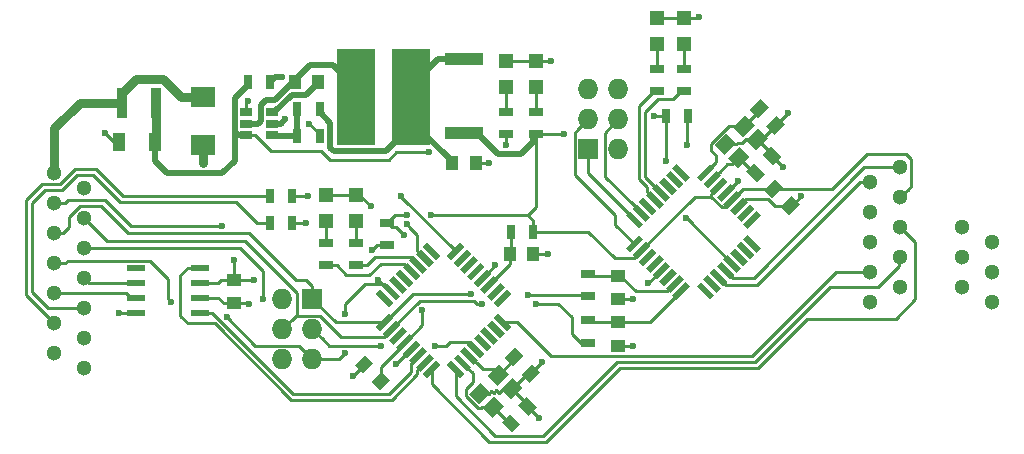
<source format=gbr>
G04 #@! TF.FileFunction,Copper,L1,Top,Signal*
%FSLAX46Y46*%
G04 Gerber Fmt 4.6, Leading zero omitted, Abs format (unit mm)*
G04 Created by KiCad (PCBNEW 4.0.7-e2-6376~58~ubuntu16.04.1) date Mon Feb 19 20:22:05 2018*
%MOMM*%
%LPD*%
G01*
G04 APERTURE LIST*
%ADD10C,0.100000*%
%ADD11R,1.000000X1.250000*%
%ADD12R,1.000000X1.600000*%
%ADD13R,1.250000X1.000000*%
%ADD14R,2.159000X1.778000*%
%ADD15R,1.200000X1.200000*%
%ADD16R,0.900000X2.500000*%
%ADD17C,1.300000*%
%ADD18R,3.300000X8.200000*%
%ADD19R,1.727200X1.727200*%
%ADD20O,1.727200X1.727200*%
%ADD21R,1.300000X0.700000*%
%ADD22R,0.700000X1.300000*%
%ADD23R,3.200000X1.000000*%
%ADD24R,1.550000X0.600000*%
%ADD25R,1.060000X0.650000*%
%ADD26C,0.600000*%
%ADD27C,0.254000*%
%ADD28C,0.508000*%
%ADD29C,0.762000*%
G04 APERTURE END LIST*
D10*
G36*
X139043602Y-55228719D02*
X138159719Y-56112602D01*
X137452612Y-55405495D01*
X138336495Y-54521612D01*
X139043602Y-55228719D01*
X139043602Y-55228719D01*
G37*
G36*
X137629388Y-53814505D02*
X136745505Y-54698388D01*
X136038398Y-53991281D01*
X136922281Y-53107398D01*
X137629388Y-53814505D01*
X137629388Y-53814505D01*
G37*
D11*
X149172200Y-44574486D03*
X151172200Y-44574486D03*
D12*
X119126000Y-35052000D03*
X116126000Y-35052000D03*
D13*
X125857000Y-46752000D03*
X125857000Y-48752000D03*
D11*
X132969000Y-29972000D03*
X130969000Y-29972000D03*
X144272000Y-36830000D03*
X146272000Y-36830000D03*
D10*
G36*
X148738398Y-53356281D02*
X149622281Y-52472398D01*
X150329388Y-53179505D01*
X149445505Y-54063388D01*
X148738398Y-53356281D01*
X148738398Y-53356281D01*
G37*
G36*
X150152612Y-54770495D02*
X151036495Y-53886612D01*
X151743602Y-54593719D01*
X150859719Y-55477602D01*
X150152612Y-54770495D01*
X150152612Y-54770495D01*
G37*
G36*
X149368281Y-59668602D02*
X148484398Y-58784719D01*
X149191505Y-58077612D01*
X150075388Y-58961495D01*
X149368281Y-59668602D01*
X149368281Y-59668602D01*
G37*
G36*
X150782495Y-58254388D02*
X149898612Y-57370505D01*
X150605719Y-56663398D01*
X151489602Y-57547281D01*
X150782495Y-58254388D01*
X150782495Y-58254388D01*
G37*
G36*
X170709398Y-39132281D02*
X171593281Y-38248398D01*
X172300388Y-38955505D01*
X171416505Y-39839388D01*
X170709398Y-39132281D01*
X170709398Y-39132281D01*
G37*
G36*
X172123612Y-40546495D02*
X173007495Y-39662612D01*
X173714602Y-40369719D01*
X172830719Y-41253602D01*
X172123612Y-40546495D01*
X172123612Y-40546495D01*
G37*
G36*
X169494291Y-32329174D02*
X170378174Y-31445291D01*
X171085281Y-32152398D01*
X170201398Y-33036281D01*
X169494291Y-32329174D01*
X169494291Y-32329174D01*
G37*
G36*
X170908505Y-33743388D02*
X171792388Y-32859505D01*
X172499495Y-33566612D01*
X171615612Y-34450495D01*
X170908505Y-33743388D01*
X170908505Y-33743388D01*
G37*
D13*
X158369000Y-46387000D03*
X158369000Y-48387000D03*
D10*
G36*
X170069281Y-38459602D02*
X169185398Y-37575719D01*
X169892505Y-36868612D01*
X170776388Y-37752495D01*
X170069281Y-38459602D01*
X170069281Y-38459602D01*
G37*
G36*
X171483495Y-37045388D02*
X170599612Y-36161505D01*
X171306719Y-35454398D01*
X172190602Y-36338281D01*
X171483495Y-37045388D01*
X171483495Y-37045388D01*
G37*
D13*
X158369000Y-50324000D03*
X158369000Y-52324000D03*
D14*
X123190000Y-35306000D03*
X123190000Y-31242000D03*
D15*
X148844000Y-30437000D03*
X148844000Y-28237000D03*
X151384000Y-30437000D03*
X151384000Y-28237000D03*
X136144000Y-41740000D03*
X136144000Y-39540000D03*
X133604000Y-41740000D03*
X133604000Y-39540000D03*
D16*
X116332000Y-31750000D03*
X119232000Y-31750000D03*
D10*
G36*
X138221449Y-51118941D02*
X137832540Y-50730032D01*
X138963911Y-49598661D01*
X139352820Y-49987570D01*
X138221449Y-51118941D01*
X138221449Y-51118941D01*
G37*
G36*
X138787135Y-51684626D02*
X138398226Y-51295717D01*
X139529597Y-50164346D01*
X139918506Y-50553255D01*
X138787135Y-51684626D01*
X138787135Y-51684626D01*
G37*
G36*
X139352820Y-52250312D02*
X138963911Y-51861403D01*
X140095282Y-50730032D01*
X140484191Y-51118941D01*
X139352820Y-52250312D01*
X139352820Y-52250312D01*
G37*
G36*
X139918505Y-52815997D02*
X139529596Y-52427088D01*
X140660967Y-51295717D01*
X141049876Y-51684626D01*
X139918505Y-52815997D01*
X139918505Y-52815997D01*
G37*
G36*
X140484191Y-53381683D02*
X140095282Y-52992774D01*
X141226653Y-51861403D01*
X141615562Y-52250312D01*
X140484191Y-53381683D01*
X140484191Y-53381683D01*
G37*
G36*
X141049876Y-53947368D02*
X140660967Y-53558459D01*
X141792338Y-52427088D01*
X142181247Y-52815997D01*
X141049876Y-53947368D01*
X141049876Y-53947368D01*
G37*
G36*
X141615562Y-54513053D02*
X141226653Y-54124144D01*
X142358024Y-52992773D01*
X142746933Y-53381682D01*
X141615562Y-54513053D01*
X141615562Y-54513053D01*
G37*
G36*
X142181247Y-55078739D02*
X141792338Y-54689830D01*
X142923709Y-53558459D01*
X143312618Y-53947368D01*
X142181247Y-55078739D01*
X142181247Y-55078739D01*
G37*
G36*
X145363228Y-54689830D02*
X144974319Y-55078739D01*
X143842948Y-53947368D01*
X144231857Y-53558459D01*
X145363228Y-54689830D01*
X145363228Y-54689830D01*
G37*
G36*
X145928913Y-54124144D02*
X145540004Y-54513053D01*
X144408633Y-53381682D01*
X144797542Y-52992773D01*
X145928913Y-54124144D01*
X145928913Y-54124144D01*
G37*
G36*
X146494599Y-53558459D02*
X146105690Y-53947368D01*
X144974319Y-52815997D01*
X145363228Y-52427088D01*
X146494599Y-53558459D01*
X146494599Y-53558459D01*
G37*
G36*
X147060284Y-52992774D02*
X146671375Y-53381683D01*
X145540004Y-52250312D01*
X145928913Y-51861403D01*
X147060284Y-52992774D01*
X147060284Y-52992774D01*
G37*
G36*
X147625970Y-52427088D02*
X147237061Y-52815997D01*
X146105690Y-51684626D01*
X146494599Y-51295717D01*
X147625970Y-52427088D01*
X147625970Y-52427088D01*
G37*
G36*
X148191655Y-51861403D02*
X147802746Y-52250312D01*
X146671375Y-51118941D01*
X147060284Y-50730032D01*
X148191655Y-51861403D01*
X148191655Y-51861403D01*
G37*
G36*
X148757340Y-51295717D02*
X148368431Y-51684626D01*
X147237060Y-50553255D01*
X147625969Y-50164346D01*
X148757340Y-51295717D01*
X148757340Y-51295717D01*
G37*
G36*
X149323026Y-50730032D02*
X148934117Y-51118941D01*
X147802746Y-49987570D01*
X148191655Y-49598661D01*
X149323026Y-50730032D01*
X149323026Y-50730032D01*
G37*
G36*
X148191655Y-49068331D02*
X147802746Y-48679422D01*
X148934117Y-47548051D01*
X149323026Y-47936960D01*
X148191655Y-49068331D01*
X148191655Y-49068331D01*
G37*
G36*
X147625969Y-48502646D02*
X147237060Y-48113737D01*
X148368431Y-46982366D01*
X148757340Y-47371275D01*
X147625969Y-48502646D01*
X147625969Y-48502646D01*
G37*
G36*
X147060284Y-47936960D02*
X146671375Y-47548051D01*
X147802746Y-46416680D01*
X148191655Y-46805589D01*
X147060284Y-47936960D01*
X147060284Y-47936960D01*
G37*
G36*
X146494599Y-47371275D02*
X146105690Y-46982366D01*
X147237061Y-45850995D01*
X147625970Y-46239904D01*
X146494599Y-47371275D01*
X146494599Y-47371275D01*
G37*
G36*
X145928913Y-46805589D02*
X145540004Y-46416680D01*
X146671375Y-45285309D01*
X147060284Y-45674218D01*
X145928913Y-46805589D01*
X145928913Y-46805589D01*
G37*
G36*
X145363228Y-46239904D02*
X144974319Y-45850995D01*
X146105690Y-44719624D01*
X146494599Y-45108533D01*
X145363228Y-46239904D01*
X145363228Y-46239904D01*
G37*
G36*
X144797542Y-45674219D02*
X144408633Y-45285310D01*
X145540004Y-44153939D01*
X145928913Y-44542848D01*
X144797542Y-45674219D01*
X144797542Y-45674219D01*
G37*
G36*
X144231857Y-45108533D02*
X143842948Y-44719624D01*
X144974319Y-43588253D01*
X145363228Y-43977162D01*
X144231857Y-45108533D01*
X144231857Y-45108533D01*
G37*
G36*
X143312618Y-44719624D02*
X142923709Y-45108533D01*
X141792338Y-43977162D01*
X142181247Y-43588253D01*
X143312618Y-44719624D01*
X143312618Y-44719624D01*
G37*
G36*
X142746933Y-45285310D02*
X142358024Y-45674219D01*
X141226653Y-44542848D01*
X141615562Y-44153939D01*
X142746933Y-45285310D01*
X142746933Y-45285310D01*
G37*
G36*
X142181247Y-45850995D02*
X141792338Y-46239904D01*
X140660967Y-45108533D01*
X141049876Y-44719624D01*
X142181247Y-45850995D01*
X142181247Y-45850995D01*
G37*
G36*
X141615562Y-46416680D02*
X141226653Y-46805589D01*
X140095282Y-45674218D01*
X140484191Y-45285309D01*
X141615562Y-46416680D01*
X141615562Y-46416680D01*
G37*
G36*
X141049876Y-46982366D02*
X140660967Y-47371275D01*
X139529596Y-46239904D01*
X139918505Y-45850995D01*
X141049876Y-46982366D01*
X141049876Y-46982366D01*
G37*
G36*
X140484191Y-47548051D02*
X140095282Y-47936960D01*
X138963911Y-46805589D01*
X139352820Y-46416680D01*
X140484191Y-47548051D01*
X140484191Y-47548051D01*
G37*
G36*
X139918506Y-48113737D02*
X139529597Y-48502646D01*
X138398226Y-47371275D01*
X138787135Y-46982366D01*
X139918506Y-48113737D01*
X139918506Y-48113737D01*
G37*
G36*
X139352820Y-48679422D02*
X138963911Y-49068331D01*
X137832540Y-47936960D01*
X138221449Y-47548051D01*
X139352820Y-48679422D01*
X139352820Y-48679422D01*
G37*
D17*
X179705000Y-43561000D03*
X179705000Y-46101000D03*
X179705000Y-48641000D03*
X179705000Y-41021000D03*
X182245000Y-47371000D03*
X182245000Y-44831000D03*
X182245000Y-42291000D03*
X182245000Y-39751000D03*
X179705000Y-38481000D03*
X182245000Y-37211000D03*
X110617000Y-42799000D03*
X110617000Y-40259000D03*
X110617000Y-37719000D03*
X110617000Y-45339000D03*
X113157000Y-38989000D03*
X113157000Y-41529000D03*
X113157000Y-44069000D03*
X113157000Y-46609000D03*
X110617000Y-47879000D03*
X113157000Y-49149000D03*
X110617000Y-50419000D03*
X113157000Y-51689000D03*
X110617000Y-52959000D03*
X113157000Y-54229000D03*
X187452000Y-47371000D03*
X187452000Y-44831000D03*
X187452000Y-42291000D03*
X189992000Y-43561000D03*
X189992000Y-46101000D03*
X189992000Y-48641000D03*
D18*
X136144000Y-31242000D03*
X140844000Y-31242000D03*
D19*
X132461000Y-48387000D03*
D20*
X129921000Y-48387000D03*
X132461000Y-50927000D03*
X129921000Y-50927000D03*
X132461000Y-53467000D03*
X129921000Y-53467000D03*
D19*
X155829000Y-35687000D03*
D20*
X158369000Y-35687000D03*
X155829000Y-33147000D03*
X158369000Y-33147000D03*
X155829000Y-30607000D03*
X158369000Y-30607000D03*
D21*
X148844000Y-34412000D03*
X148844000Y-32512000D03*
D22*
X151172200Y-42669486D03*
X149272200Y-42669486D03*
X127000000Y-29972000D03*
X128900000Y-29972000D03*
X131196000Y-34544000D03*
X133096000Y-34544000D03*
X131196000Y-32258000D03*
X133096000Y-32258000D03*
D23*
X145288000Y-34290000D03*
X145288000Y-28090000D03*
D21*
X151384000Y-34412000D03*
X151384000Y-32512000D03*
D22*
X128844000Y-39624000D03*
X130744000Y-39624000D03*
X128844000Y-41910000D03*
X130744000Y-41910000D03*
D21*
X136144000Y-43627000D03*
X136144000Y-45527000D03*
X133604000Y-43627000D03*
X133604000Y-45527000D03*
X138811000Y-41915000D03*
X138811000Y-43815000D03*
D22*
X164272000Y-32893000D03*
X162372000Y-32893000D03*
D21*
X155829000Y-48130500D03*
X155829000Y-46230500D03*
X155829000Y-52070000D03*
X155829000Y-50170000D03*
D24*
X122969000Y-49530000D03*
X122969000Y-48260000D03*
X122969000Y-46990000D03*
X122969000Y-45720000D03*
X117569000Y-45720000D03*
X117569000Y-46990000D03*
X117569000Y-48260000D03*
X117569000Y-49530000D03*
D25*
X126832000Y-32578000D03*
X126832000Y-33528000D03*
X126832000Y-34478000D03*
X129032000Y-34478000D03*
X129032000Y-32578000D03*
X129032000Y-33528000D03*
D10*
G36*
X170075334Y-40886555D02*
X170464243Y-41275464D01*
X169332872Y-42406835D01*
X168943963Y-42017926D01*
X170075334Y-40886555D01*
X170075334Y-40886555D01*
G37*
G36*
X169509648Y-40320870D02*
X169898557Y-40709779D01*
X168767186Y-41841150D01*
X168378277Y-41452241D01*
X169509648Y-40320870D01*
X169509648Y-40320870D01*
G37*
G36*
X168943963Y-39755184D02*
X169332872Y-40144093D01*
X168201501Y-41275464D01*
X167812592Y-40886555D01*
X168943963Y-39755184D01*
X168943963Y-39755184D01*
G37*
G36*
X168378278Y-39189499D02*
X168767187Y-39578408D01*
X167635816Y-40709779D01*
X167246907Y-40320870D01*
X168378278Y-39189499D01*
X168378278Y-39189499D01*
G37*
G36*
X167812592Y-38623813D02*
X168201501Y-39012722D01*
X167070130Y-40144093D01*
X166681221Y-39755184D01*
X167812592Y-38623813D01*
X167812592Y-38623813D01*
G37*
G36*
X167246907Y-38058128D02*
X167635816Y-38447037D01*
X166504445Y-39578408D01*
X166115536Y-39189499D01*
X167246907Y-38058128D01*
X167246907Y-38058128D01*
G37*
G36*
X166681221Y-37492443D02*
X167070130Y-37881352D01*
X165938759Y-39012723D01*
X165549850Y-38623814D01*
X166681221Y-37492443D01*
X166681221Y-37492443D01*
G37*
G36*
X166115536Y-36926757D02*
X166504445Y-37315666D01*
X165373074Y-38447037D01*
X164984165Y-38058128D01*
X166115536Y-36926757D01*
X166115536Y-36926757D01*
G37*
G36*
X162933555Y-37315666D02*
X163322464Y-36926757D01*
X164453835Y-38058128D01*
X164064926Y-38447037D01*
X162933555Y-37315666D01*
X162933555Y-37315666D01*
G37*
G36*
X162367870Y-37881352D02*
X162756779Y-37492443D01*
X163888150Y-38623814D01*
X163499241Y-39012723D01*
X162367870Y-37881352D01*
X162367870Y-37881352D01*
G37*
G36*
X161802184Y-38447037D02*
X162191093Y-38058128D01*
X163322464Y-39189499D01*
X162933555Y-39578408D01*
X161802184Y-38447037D01*
X161802184Y-38447037D01*
G37*
G36*
X161236499Y-39012722D02*
X161625408Y-38623813D01*
X162756779Y-39755184D01*
X162367870Y-40144093D01*
X161236499Y-39012722D01*
X161236499Y-39012722D01*
G37*
G36*
X160670813Y-39578408D02*
X161059722Y-39189499D01*
X162191093Y-40320870D01*
X161802184Y-40709779D01*
X160670813Y-39578408D01*
X160670813Y-39578408D01*
G37*
G36*
X160105128Y-40144093D02*
X160494037Y-39755184D01*
X161625408Y-40886555D01*
X161236499Y-41275464D01*
X160105128Y-40144093D01*
X160105128Y-40144093D01*
G37*
G36*
X159539443Y-40709779D02*
X159928352Y-40320870D01*
X161059723Y-41452241D01*
X160670814Y-41841150D01*
X159539443Y-40709779D01*
X159539443Y-40709779D01*
G37*
G36*
X158973757Y-41275464D02*
X159362666Y-40886555D01*
X160494037Y-42017926D01*
X160105128Y-42406835D01*
X158973757Y-41275464D01*
X158973757Y-41275464D01*
G37*
G36*
X160105128Y-42937165D02*
X160494037Y-43326074D01*
X159362666Y-44457445D01*
X158973757Y-44068536D01*
X160105128Y-42937165D01*
X160105128Y-42937165D01*
G37*
G36*
X160670814Y-43502850D02*
X161059723Y-43891759D01*
X159928352Y-45023130D01*
X159539443Y-44634221D01*
X160670814Y-43502850D01*
X160670814Y-43502850D01*
G37*
G36*
X161236499Y-44068536D02*
X161625408Y-44457445D01*
X160494037Y-45588816D01*
X160105128Y-45199907D01*
X161236499Y-44068536D01*
X161236499Y-44068536D01*
G37*
G36*
X161802184Y-44634221D02*
X162191093Y-45023130D01*
X161059722Y-46154501D01*
X160670813Y-45765592D01*
X161802184Y-44634221D01*
X161802184Y-44634221D01*
G37*
G36*
X162367870Y-45199907D02*
X162756779Y-45588816D01*
X161625408Y-46720187D01*
X161236499Y-46331278D01*
X162367870Y-45199907D01*
X162367870Y-45199907D01*
G37*
G36*
X162933555Y-45765592D02*
X163322464Y-46154501D01*
X162191093Y-47285872D01*
X161802184Y-46896963D01*
X162933555Y-45765592D01*
X162933555Y-45765592D01*
G37*
G36*
X163499241Y-46331277D02*
X163888150Y-46720186D01*
X162756779Y-47851557D01*
X162367870Y-47462648D01*
X163499241Y-46331277D01*
X163499241Y-46331277D01*
G37*
G36*
X164064926Y-46896963D02*
X164453835Y-47285872D01*
X163322464Y-48417243D01*
X162933555Y-48028334D01*
X164064926Y-46896963D01*
X164064926Y-46896963D01*
G37*
G36*
X164984165Y-47285872D02*
X165373074Y-46896963D01*
X166504445Y-48028334D01*
X166115536Y-48417243D01*
X164984165Y-47285872D01*
X164984165Y-47285872D01*
G37*
G36*
X165549850Y-46720186D02*
X165938759Y-46331277D01*
X167070130Y-47462648D01*
X166681221Y-47851557D01*
X165549850Y-46720186D01*
X165549850Y-46720186D01*
G37*
G36*
X166115536Y-46154501D02*
X166504445Y-45765592D01*
X167635816Y-46896963D01*
X167246907Y-47285872D01*
X166115536Y-46154501D01*
X166115536Y-46154501D01*
G37*
G36*
X166681221Y-45588816D02*
X167070130Y-45199907D01*
X168201501Y-46331278D01*
X167812592Y-46720187D01*
X166681221Y-45588816D01*
X166681221Y-45588816D01*
G37*
G36*
X167246907Y-45023130D02*
X167635816Y-44634221D01*
X168767187Y-45765592D01*
X168378278Y-46154501D01*
X167246907Y-45023130D01*
X167246907Y-45023130D01*
G37*
G36*
X167812592Y-44457445D02*
X168201501Y-44068536D01*
X169332872Y-45199907D01*
X168943963Y-45588816D01*
X167812592Y-44457445D01*
X167812592Y-44457445D01*
G37*
G36*
X168378277Y-43891759D02*
X168767186Y-43502850D01*
X169898557Y-44634221D01*
X169509648Y-45023130D01*
X168378277Y-43891759D01*
X168378277Y-43891759D01*
G37*
G36*
X168943963Y-43326074D02*
X169332872Y-42937165D01*
X170464243Y-44068536D01*
X170075334Y-44457445D01*
X168943963Y-43326074D01*
X168943963Y-43326074D01*
G37*
G36*
X148280043Y-53906744D02*
X149128571Y-54755272D01*
X148138621Y-55745222D01*
X147290093Y-54896694D01*
X148280043Y-53906744D01*
X148280043Y-53906744D01*
G37*
G36*
X146724408Y-55462379D02*
X147572936Y-56310907D01*
X146582986Y-57300857D01*
X145734458Y-56452329D01*
X146724408Y-55462379D01*
X146724408Y-55462379D01*
G37*
G36*
X147855779Y-56593750D02*
X148704307Y-57442278D01*
X147714357Y-58432228D01*
X146865829Y-57583700D01*
X147855779Y-56593750D01*
X147855779Y-56593750D01*
G37*
G36*
X149411414Y-55038115D02*
X150259942Y-55886643D01*
X149269992Y-56876593D01*
X148421464Y-56028065D01*
X149411414Y-55038115D01*
X149411414Y-55038115D01*
G37*
G36*
X168500157Y-37314742D02*
X167651629Y-36466214D01*
X168641579Y-35476264D01*
X169490107Y-36324792D01*
X168500157Y-37314742D01*
X168500157Y-37314742D01*
G37*
G36*
X170055792Y-35759107D02*
X169207264Y-34910579D01*
X170197214Y-33920629D01*
X171045742Y-34769157D01*
X170055792Y-35759107D01*
X170055792Y-35759107D01*
G37*
G36*
X168924421Y-34627736D02*
X168075893Y-33779208D01*
X169065843Y-32789258D01*
X169914371Y-33637786D01*
X168924421Y-34627736D01*
X168924421Y-34627736D01*
G37*
G36*
X167368786Y-36183371D02*
X166520258Y-35334843D01*
X167510208Y-34344893D01*
X168358736Y-35193421D01*
X167368786Y-36183371D01*
X167368786Y-36183371D01*
G37*
D15*
X163957000Y-26754000D03*
X163957000Y-24554000D03*
X161671000Y-26754000D03*
X161671000Y-24554000D03*
D21*
X163957000Y-28895000D03*
X163957000Y-30795000D03*
X161671000Y-28895000D03*
X161671000Y-30795000D03*
D26*
X140462000Y-41275000D03*
X142494000Y-41275000D03*
X140208000Y-42926000D03*
X141732000Y-49276000D03*
X125857000Y-45085000D03*
X124841000Y-42164000D03*
X164211000Y-35306000D03*
X127508000Y-46736000D03*
X153797000Y-34417000D03*
X123190000Y-36830000D03*
X137414000Y-40513000D03*
X147447000Y-36830000D03*
X132207000Y-33528000D03*
X127000000Y-31623000D03*
X114935000Y-34290000D03*
X168529000Y-38354000D03*
X135890000Y-54864000D03*
X139573000Y-53848000D03*
X173863000Y-39624000D03*
X165227000Y-24511000D03*
X152654000Y-28194000D03*
X116078000Y-49530000D03*
X127127000Y-48768000D03*
X147955000Y-45466000D03*
X152400000Y-44577000D03*
X160909000Y-46990000D03*
X159639000Y-48387000D03*
X159639000Y-52324000D03*
X151638000Y-58420000D03*
X151892000Y-53721000D03*
X172339000Y-37211000D03*
X172720000Y-32639000D03*
X142367000Y-35941000D03*
X148844000Y-35306000D03*
X145923000Y-47936979D03*
X150749000Y-48006000D03*
X151384000Y-48768000D03*
X146812000Y-48768000D03*
X128270000Y-48387000D03*
X142875000Y-52324000D03*
X138303000Y-52324000D03*
X132080000Y-39624000D03*
X139954000Y-39624000D03*
X140462000Y-42025013D03*
X131953000Y-41910000D03*
X120523000Y-48641000D03*
X125222000Y-49911000D03*
X135255000Y-52959000D03*
X135255000Y-49657000D03*
X137541000Y-44196000D03*
X138049000Y-46736000D03*
X161417000Y-32893000D03*
X162433000Y-36703000D03*
X164084000Y-41529000D03*
X129921000Y-29591000D03*
X130175000Y-33147000D03*
D27*
X140462000Y-41275000D02*
X139451000Y-41275000D01*
X139451000Y-41275000D02*
X138811000Y-41915000D01*
X150681714Y-41275000D02*
X142494000Y-41275000D01*
D28*
X145288000Y-34290000D02*
X146388000Y-34290000D01*
X146388000Y-34290000D02*
X148166000Y-36068000D01*
X150114000Y-36068000D02*
X151130000Y-35052000D01*
X148166000Y-36068000D02*
X150114000Y-36068000D01*
X151130000Y-35052000D02*
X151130000Y-34666000D01*
X151130000Y-34666000D02*
X151384000Y-34412000D01*
D27*
X139573000Y-42291000D02*
X139187000Y-42291000D01*
X139187000Y-42291000D02*
X138811000Y-41915000D01*
X140208000Y-42926000D02*
X139573000Y-42291000D01*
X140289736Y-52055857D02*
X141732000Y-50613593D01*
X141732000Y-50613593D02*
X141732000Y-49276000D01*
X138811000Y-41915000D02*
X139187000Y-41915000D01*
X125857000Y-45085000D02*
X125857000Y-46752000D01*
X117094000Y-42164000D02*
X124841000Y-42164000D01*
X111790238Y-40005000D02*
X114935000Y-40005000D01*
X114935000Y-40005000D02*
X117094000Y-42164000D01*
X110617000Y-40259000D02*
X111536238Y-40259000D01*
X111536238Y-40259000D02*
X111790238Y-40005000D01*
X182753000Y-36068000D02*
X183172001Y-36487001D01*
X183172001Y-36487001D02*
X183172001Y-38823999D01*
X183172001Y-38823999D02*
X182894999Y-39101001D01*
X182894999Y-39101001D02*
X182245000Y-39751000D01*
X179451000Y-36068000D02*
X182753000Y-36068000D01*
X176475107Y-39043893D02*
X179451000Y-36068000D01*
X171504893Y-39043893D02*
X176475107Y-39043893D01*
X158056385Y-44899385D02*
X155826486Y-42669486D01*
X155826486Y-42669486D02*
X151172200Y-42669486D01*
X160299583Y-44262990D02*
X159663188Y-44899385D01*
X159663188Y-44899385D02*
X158056385Y-44899385D01*
X164211000Y-35306000D02*
X164211000Y-32954000D01*
X164211000Y-32954000D02*
X164272000Y-32893000D01*
X150681714Y-41275000D02*
X151384000Y-40572714D01*
X151384000Y-40572714D02*
X151384000Y-34412000D01*
X127508000Y-46736000D02*
X125873000Y-46736000D01*
X125873000Y-46736000D02*
X125857000Y-46752000D01*
X138248107Y-55317107D02*
X138248107Y-54097486D01*
X138248107Y-54097486D02*
X140289736Y-52055857D01*
X153797000Y-34417000D02*
X151389000Y-34417000D01*
X151389000Y-34417000D02*
X151384000Y-34412000D01*
X124460000Y-46990000D02*
X122969000Y-46990000D01*
X124698000Y-46752000D02*
X124460000Y-46990000D01*
X125857000Y-46752000D02*
X124698000Y-46752000D01*
X151172200Y-42669486D02*
X151172200Y-41765486D01*
X151172200Y-41765486D02*
X150681714Y-41275000D01*
X166239281Y-39704997D02*
X164857576Y-39704997D01*
X164857576Y-39704997D02*
X160299583Y-44262990D01*
X166875676Y-38818268D02*
X166239281Y-39454663D01*
X166239281Y-39454663D02*
X166239281Y-39704997D01*
X166239281Y-39704997D02*
X167120318Y-40586034D01*
X167120318Y-40586034D02*
X167370652Y-40586034D01*
X167370652Y-40586034D02*
X168007047Y-39949639D01*
X168007047Y-39949639D02*
X168912793Y-39043893D01*
X168912793Y-39043893D02*
X171504893Y-39043893D01*
X170126503Y-34839868D02*
X169177975Y-34839868D01*
X169177975Y-34839868D02*
X168818589Y-35199254D01*
X168452903Y-35199254D02*
X168388025Y-35264132D01*
X168818589Y-35199254D02*
X168452903Y-35199254D01*
X168388025Y-35264132D02*
X167439497Y-35264132D01*
D29*
X123190000Y-35306000D02*
X123190000Y-36830000D01*
D27*
X136144000Y-39540000D02*
X136441000Y-39540000D01*
X136441000Y-39540000D02*
X137414000Y-40513000D01*
X146272000Y-36830000D02*
X147447000Y-36830000D01*
X133096000Y-34544000D02*
X133096000Y-34417000D01*
X133096000Y-34417000D02*
X132207000Y-33528000D01*
X126832000Y-32578000D02*
X126832000Y-31791000D01*
X126832000Y-31791000D02*
X127000000Y-31623000D01*
X116126000Y-35052000D02*
X115697000Y-35052000D01*
X115697000Y-35052000D02*
X114935000Y-34290000D01*
X146653697Y-56381618D02*
X147377182Y-56381618D01*
X147377182Y-56381618D02*
X147624800Y-56134000D01*
X147624800Y-56134000D02*
X147802600Y-56311800D01*
X147802600Y-56311800D02*
X148031200Y-56083200D01*
X148031200Y-56083200D02*
X148259800Y-56311800D01*
X148259800Y-56311800D02*
X148614246Y-55957354D01*
X148614246Y-55957354D02*
X149340703Y-55957354D01*
X167441361Y-39383953D02*
X167499047Y-39383953D01*
X167499047Y-39383953D02*
X168529000Y-38354000D01*
X136833893Y-53902893D02*
X136833893Y-53920107D01*
X136833893Y-53920107D02*
X135890000Y-54864000D01*
X140855422Y-52621543D02*
X140799457Y-52621543D01*
X140799457Y-52621543D02*
X139573000Y-53848000D01*
X172919107Y-40458107D02*
X173028893Y-40458107D01*
X173028893Y-40458107D02*
X173863000Y-39624000D01*
X168572732Y-40515324D02*
X169209127Y-39878929D01*
X169209127Y-39878929D02*
X171064293Y-39878929D01*
X171064293Y-39878929D02*
X171643471Y-40458107D01*
X171643471Y-40458107D02*
X172112000Y-40458107D01*
X172112000Y-40458107D02*
X172919107Y-40458107D01*
X163957000Y-24554000D02*
X165184000Y-24554000D01*
X165184000Y-24554000D02*
X165227000Y-24511000D01*
X151384000Y-28237000D02*
X152611000Y-28237000D01*
X152611000Y-28237000D02*
X152654000Y-28194000D01*
X136144000Y-39540000D02*
X133604000Y-39540000D01*
X117569000Y-49530000D02*
X116078000Y-49530000D01*
X125857000Y-48752000D02*
X127111000Y-48752000D01*
X127111000Y-48752000D02*
X127127000Y-48768000D01*
X124486000Y-48260000D02*
X122969000Y-48260000D01*
X125857000Y-48752000D02*
X124978000Y-48752000D01*
X124978000Y-48752000D02*
X124486000Y-48260000D01*
X146865830Y-46611135D02*
X146865830Y-46555170D01*
X146865830Y-46555170D02*
X147955000Y-45466000D01*
X151172200Y-44574486D02*
X152397486Y-44574486D01*
X152397486Y-44574486D02*
X152400000Y-44577000D01*
X161996639Y-45960047D02*
X161938953Y-45960047D01*
X161938953Y-45960047D02*
X160909000Y-46990000D01*
X158369000Y-48387000D02*
X159639000Y-48387000D01*
X158369000Y-52324000D02*
X159639000Y-52324000D01*
X150694107Y-57458893D02*
X150694107Y-57476107D01*
X150694107Y-57476107D02*
X151638000Y-58420000D01*
X150948107Y-54682107D02*
X150948107Y-54664893D01*
X150948107Y-54664893D02*
X151892000Y-53721000D01*
X151384000Y-28237000D02*
X148844000Y-28237000D01*
X163957000Y-24554000D02*
X161671000Y-24554000D01*
X150694107Y-57458893D02*
X150694107Y-57310758D01*
X150694107Y-57310758D02*
X149340703Y-55957354D01*
X150948107Y-54682107D02*
X150615950Y-54682107D01*
X150615950Y-54682107D02*
X149340703Y-55957354D01*
X170126503Y-34839868D02*
X170519132Y-34839868D01*
X170519132Y-34839868D02*
X171704000Y-33655000D01*
X171704000Y-33655000D02*
X171311371Y-33655000D01*
X171395107Y-36108472D02*
X170126503Y-34839868D01*
X171395107Y-36249893D02*
X171395107Y-36108472D01*
X169863571Y-35102800D02*
X170126503Y-34839868D01*
X171395107Y-36249893D02*
X171395107Y-36267107D01*
X171395107Y-36267107D02*
X172339000Y-37211000D01*
X171704000Y-33655000D02*
X172720000Y-32639000D01*
X147431515Y-47176820D02*
X149172200Y-45436135D01*
X149172200Y-45436135D02*
X149172200Y-44574486D01*
X149272200Y-42669486D02*
X149272200Y-44474486D01*
X149272200Y-44474486D02*
X149172200Y-44574486D01*
D28*
X120142000Y-37719000D02*
X119126000Y-36703000D01*
X119126000Y-36703000D02*
X119126000Y-35052000D01*
X124841000Y-37719000D02*
X120142000Y-37719000D01*
X125897999Y-36662001D02*
X124841000Y-37719000D01*
X125897999Y-34176201D02*
X125897999Y-36662001D01*
D27*
X133223000Y-35814000D02*
X128952000Y-35814000D01*
X128952000Y-35814000D02*
X127616000Y-34478000D01*
X127616000Y-34478000D02*
X126832000Y-34478000D01*
X133985000Y-36576000D02*
X133223000Y-35814000D01*
X138938000Y-36576000D02*
X133985000Y-36576000D01*
X139573000Y-35941000D02*
X138938000Y-36576000D01*
X142367000Y-35941000D02*
X139573000Y-35941000D01*
X148844000Y-34412000D02*
X148844000Y-35306000D01*
D28*
X127000000Y-29972000D02*
X127000000Y-30272000D01*
X127000000Y-30272000D02*
X125897999Y-31374001D01*
X125897999Y-31374001D02*
X125897999Y-34176201D01*
X125897999Y-34176201D02*
X126199798Y-34478000D01*
X126199798Y-34478000D02*
X126832000Y-34478000D01*
D29*
X119232000Y-31750000D02*
X119232000Y-34946000D01*
X119232000Y-34946000D02*
X119126000Y-35052000D01*
D28*
X129032000Y-32578000D02*
X129237000Y-32578000D01*
X129237000Y-32578000D02*
X130710000Y-31105000D01*
X130710000Y-31105000D02*
X131961000Y-31105000D01*
X131961000Y-31105000D02*
X132969000Y-30097000D01*
X132969000Y-30097000D02*
X132969000Y-29972000D01*
X134239000Y-28575000D02*
X132241000Y-28575000D01*
X132241000Y-28575000D02*
X130969000Y-29847000D01*
X130969000Y-29847000D02*
X130969000Y-29972000D01*
X136144000Y-30480000D02*
X134239000Y-28575000D01*
X136144000Y-31242000D02*
X136144000Y-30480000D01*
X129286000Y-31496000D02*
X130810000Y-29972000D01*
X130810000Y-29972000D02*
X130969000Y-29972000D01*
X128531798Y-31496000D02*
X129286000Y-31496000D01*
X128097999Y-33300001D02*
X128097999Y-31929799D01*
X128097999Y-31929799D02*
X128531798Y-31496000D01*
X130770798Y-30170202D02*
X130969000Y-29972000D01*
X126832000Y-33528000D02*
X127870000Y-33528000D01*
X127870000Y-33528000D02*
X128097999Y-33300001D01*
X144272000Y-36830000D02*
X144272000Y-36705000D01*
X144272000Y-36705000D02*
X140844000Y-33277000D01*
X140844000Y-33277000D02*
X140844000Y-31242000D01*
X140844000Y-30352000D02*
X143106000Y-28090000D01*
X143106000Y-28090000D02*
X145288000Y-28090000D01*
X140844000Y-31242000D02*
X140844000Y-30352000D01*
X134275000Y-35850000D02*
X138686000Y-35850000D01*
X138686000Y-35850000D02*
X140844000Y-33692000D01*
X140844000Y-33692000D02*
X140844000Y-31242000D01*
X133985000Y-35560000D02*
X134275000Y-35850000D01*
X133985000Y-33447000D02*
X133985000Y-35560000D01*
X133096000Y-32258000D02*
X133096000Y-32558000D01*
X133096000Y-32558000D02*
X133985000Y-33447000D01*
D27*
X149533893Y-53267893D02*
X149533893Y-53501422D01*
X149533893Y-53501422D02*
X148209332Y-54825983D01*
X148209332Y-54825983D02*
X147714358Y-54331009D01*
X147714358Y-54331009D02*
X146878240Y-54331009D01*
X146878240Y-54331009D02*
X146370854Y-53823623D01*
X146370854Y-53823623D02*
X145734459Y-53187228D01*
X149279893Y-58873107D02*
X149145186Y-58873107D01*
X149145186Y-58873107D02*
X147785068Y-57512989D01*
X146050000Y-55372000D02*
X146050000Y-54634140D01*
X146050000Y-54634140D02*
X145168773Y-53752913D01*
X145457448Y-55964552D02*
X146050000Y-55372000D01*
X147785068Y-57512989D02*
X146836540Y-57512989D01*
X146836540Y-57512989D02*
X146771662Y-57577867D01*
X146771662Y-57577867D02*
X146468244Y-57577867D01*
X146468244Y-57577867D02*
X145457448Y-56567071D01*
X145457448Y-56567071D02*
X145457448Y-55964552D01*
X170289786Y-32240786D02*
X170289786Y-32413843D01*
X170289786Y-32413843D02*
X168995132Y-33708497D01*
X166624000Y-36195000D02*
X166624000Y-36807202D01*
X166624000Y-36807202D02*
X165744305Y-37686897D01*
X166243248Y-35814248D02*
X166624000Y-36195000D01*
X168995132Y-33708497D02*
X167754850Y-33708497D01*
X167754850Y-33708497D02*
X166243248Y-35220099D01*
X166243248Y-35220099D02*
X166243248Y-35814248D01*
X158369000Y-46387000D02*
X155985500Y-46387000D01*
X155985500Y-46387000D02*
X155829000Y-46230500D01*
X163128010Y-47091417D02*
X162491615Y-47727812D01*
X162491615Y-47727812D02*
X159834812Y-47727812D01*
X159834812Y-47727812D02*
X158494000Y-46387000D01*
X158494000Y-46387000D02*
X158369000Y-46387000D01*
X169980893Y-37664107D02*
X169839472Y-37664107D01*
X169839472Y-37664107D02*
X168570868Y-36395503D01*
X168570868Y-36395503D02*
X168005183Y-36961188D01*
X166946385Y-37616188D02*
X166309990Y-38252583D01*
X168005183Y-36961188D02*
X167601385Y-36961188D01*
X167601385Y-36961188D02*
X166946385Y-37616188D01*
X158369000Y-50324000D02*
X155983000Y-50324000D01*
X155983000Y-50324000D02*
X155829000Y-50170000D01*
X163693695Y-47657103D02*
X161026798Y-50324000D01*
X161026798Y-50324000D02*
X158369000Y-50324000D01*
D29*
X123190000Y-31242000D02*
X121348500Y-31242000D01*
X121348500Y-31242000D02*
X119844500Y-29738000D01*
X117544000Y-29738000D02*
X116332000Y-30950000D01*
X116332000Y-30950000D02*
X116332000Y-31750000D01*
X119844500Y-29738000D02*
X117544000Y-29738000D01*
X110617000Y-33909000D02*
X112776000Y-31750000D01*
X112776000Y-31750000D02*
X116332000Y-31750000D01*
X110617000Y-37719000D02*
X110617000Y-33909000D01*
D27*
X148844000Y-30437000D02*
X148844000Y-32512000D01*
X151384000Y-30437000D02*
X151384000Y-32512000D01*
X136144000Y-41740000D02*
X136144000Y-43627000D01*
X133604000Y-41740000D02*
X133604000Y-43627000D01*
X138592680Y-50358801D02*
X141014502Y-47936979D01*
X141014502Y-47936979D02*
X145498736Y-47936979D01*
X145498736Y-47936979D02*
X145923000Y-47936979D01*
X132461000Y-48387000D02*
X132461000Y-47269400D01*
X132461000Y-47269400D02*
X131927600Y-46736000D01*
X131927600Y-46736000D02*
X131064000Y-46736000D01*
X131064000Y-46736000D02*
X127127000Y-42799000D01*
X127127000Y-42799000D02*
X116840000Y-42799000D01*
X116840000Y-42799000D02*
X114554000Y-40513000D01*
X114554000Y-40513000D02*
X112801038Y-40513000D01*
X112801038Y-40513000D02*
X111887000Y-41427038D01*
X111887000Y-41427038D02*
X111887000Y-42291000D01*
X111887000Y-42291000D02*
X111379000Y-42799000D01*
X111379000Y-42799000D02*
X110617000Y-42799000D01*
X150749000Y-48006000D02*
X155704500Y-48006000D01*
X155704500Y-48006000D02*
X155829000Y-48130500D01*
X138592680Y-50358801D02*
X134432801Y-50358801D01*
X134432801Y-50358801D02*
X132461000Y-48387000D01*
X146387736Y-48768000D02*
X146812000Y-48768000D01*
X146133725Y-48513989D02*
X146387736Y-48768000D01*
X139158366Y-50924486D02*
X141568863Y-48513989D01*
X141568863Y-48513989D02*
X146133725Y-48513989D01*
X126746000Y-43434000D02*
X115062000Y-43434000D01*
X115062000Y-43434000D02*
X113157000Y-41529000D01*
X131191000Y-47879000D02*
X126746000Y-43434000D01*
X131191000Y-49786399D02*
X131061601Y-49786399D01*
X133098399Y-49786399D02*
X131191000Y-49786399D01*
X131191000Y-49786399D02*
X131191000Y-47879000D01*
X155194000Y-52070000D02*
X155829000Y-52070000D01*
X154432000Y-51308000D02*
X155194000Y-52070000D01*
X154432000Y-49911000D02*
X154432000Y-51308000D01*
X153289000Y-48768000D02*
X154432000Y-49911000D01*
X151384000Y-48768000D02*
X153289000Y-48768000D01*
X134872881Y-51560881D02*
X133098399Y-49786399D01*
X131061601Y-49786399D02*
X130784599Y-50063401D01*
X130784599Y-50063401D02*
X129921000Y-50927000D01*
X139158366Y-50924486D02*
X138521971Y-51560881D01*
X138521971Y-51560881D02*
X134872881Y-51560881D01*
X140784712Y-54541288D02*
X138936388Y-56389612D01*
X138936388Y-56389612D02*
X130857612Y-56389612D01*
X130857612Y-56389612D02*
X123998000Y-49530000D01*
X123998000Y-49530000D02*
X122969000Y-49530000D01*
X141421107Y-53187228D02*
X140784712Y-53823623D01*
X140784712Y-53823623D02*
X140784712Y-54541288D01*
X121920000Y-45720000D02*
X122969000Y-45720000D01*
X121285000Y-46355000D02*
X121920000Y-45720000D01*
X121285000Y-49784000D02*
X121285000Y-46355000D01*
X121920000Y-50419000D02*
X121285000Y-49784000D01*
X124206000Y-50419000D02*
X121920000Y-50419000D01*
X130683000Y-56896000D02*
X124206000Y-50419000D01*
X139192000Y-56896000D02*
X130683000Y-56896000D01*
X141350398Y-54737602D02*
X139192000Y-56896000D01*
X141986793Y-53752913D02*
X141350398Y-54389308D01*
X141350398Y-54389308D02*
X141350398Y-54737602D01*
X142552478Y-55557478D02*
X147447000Y-60452000D01*
X148082000Y-60452000D02*
X147447000Y-60452000D01*
X142552478Y-54318599D02*
X142552478Y-55557478D01*
X174371000Y-50038000D02*
X181864000Y-50038000D01*
X148082000Y-60452000D02*
X152273000Y-60452000D01*
X152273000Y-60452000D02*
X158496000Y-54229000D01*
X158496000Y-54229000D02*
X170180000Y-54229000D01*
X170180000Y-54229000D02*
X174371000Y-50038000D01*
X181864000Y-50038000D02*
X183515000Y-48387000D01*
X183515000Y-48387000D02*
X183515000Y-43561000D01*
X183515000Y-43561000D02*
X182245000Y-42291000D01*
X144603088Y-54318599D02*
X144603088Y-56592088D01*
X182118000Y-44958000D02*
X182245000Y-44831000D01*
X144603088Y-56592088D02*
X147956612Y-59945612D01*
X147956612Y-59945612D02*
X152017388Y-59945612D01*
X152017388Y-59945612D02*
X158242000Y-53721000D01*
X158242000Y-53721000D02*
X169926000Y-53721000D01*
X169926000Y-53721000D02*
X176276000Y-47371000D01*
X180340000Y-47371000D02*
X182118000Y-45593000D01*
X176276000Y-47371000D02*
X180340000Y-47371000D01*
X182118000Y-45593000D02*
X182118000Y-44958000D01*
X126365000Y-44069000D02*
X113157000Y-44069000D01*
X128270000Y-45974000D02*
X126365000Y-44069000D01*
X128270000Y-48387000D02*
X128270000Y-45974000D01*
X143764000Y-52324000D02*
X144102852Y-51985148D01*
X144102852Y-51985148D02*
X145663749Y-51985148D01*
X145663749Y-51985148D02*
X146300144Y-52621543D01*
X142875000Y-52324000D02*
X143764000Y-52324000D01*
X133324599Y-51790599D02*
X133856388Y-52322388D01*
X133856388Y-52322388D02*
X138301388Y-52322388D01*
X138301388Y-52322388D02*
X138303000Y-52324000D01*
X132461000Y-50927000D02*
X133324599Y-51790599D01*
X169672000Y-53213000D02*
X176784000Y-46101000D01*
X176784000Y-46101000D02*
X179705000Y-46101000D01*
X152654000Y-53213000D02*
X149799801Y-50358801D01*
X152654000Y-53213000D02*
X169672000Y-53213000D01*
X149799801Y-50358801D02*
X148562886Y-50358801D01*
X132080000Y-39624000D02*
X130744000Y-39624000D01*
X144603088Y-44348393D02*
X139954000Y-39699305D01*
X139954000Y-39699305D02*
X139954000Y-39624000D01*
X140761999Y-42325012D02*
X140462000Y-42025013D01*
X141350398Y-44277684D02*
X141350398Y-42913411D01*
X141350398Y-42913411D02*
X140761999Y-42325012D01*
X141986793Y-44914079D02*
X141350398Y-44277684D01*
X131953000Y-41910000D02*
X130744000Y-41910000D01*
X136144000Y-45527000D02*
X137048000Y-45527000D01*
X137048000Y-45527000D02*
X137731631Y-44843369D01*
X137731631Y-44843369D02*
X140784712Y-44843369D01*
X140784712Y-44843369D02*
X141421107Y-45479764D01*
X137287000Y-46355000D02*
X135336000Y-46355000D01*
X135336000Y-46355000D02*
X134508000Y-45527000D01*
X134508000Y-45527000D02*
X133604000Y-45527000D01*
X138232946Y-45409054D02*
X137287000Y-46355000D01*
X140855422Y-46045449D02*
X140219027Y-45409054D01*
X140219027Y-45409054D02*
X138232946Y-45409054D01*
X120223001Y-46690001D02*
X118675999Y-45142999D01*
X118675999Y-45142999D02*
X111732239Y-45142999D01*
X111732239Y-45142999D02*
X111536238Y-45339000D01*
X111536238Y-45339000D02*
X110617000Y-45339000D01*
X120523000Y-48641000D02*
X120223001Y-48341001D01*
X120223001Y-48341001D02*
X120223001Y-46690001D01*
X132461000Y-53467000D02*
X131320399Y-52326399D01*
X131320399Y-52326399D02*
X127637399Y-52326399D01*
X127637399Y-52326399D02*
X125222000Y-49911000D01*
X135255000Y-52959000D02*
X134747000Y-53467000D01*
X134747000Y-53467000D02*
X132461000Y-53467000D01*
X136916889Y-47106111D02*
X135255000Y-48768000D01*
X135255000Y-48768000D02*
X135255000Y-49657000D01*
X139158366Y-47742506D02*
X138521971Y-47106111D01*
X138521971Y-47106111D02*
X136916889Y-47106111D01*
X137907000Y-43815000D02*
X137907000Y-43830000D01*
X137907000Y-43830000D02*
X137840999Y-43896001D01*
X137541000Y-44196000D02*
X137840999Y-43896001D01*
X137907000Y-43815000D02*
X138811000Y-43815000D01*
X139158366Y-47742506D02*
X139055506Y-47742506D01*
X139055506Y-47742506D02*
X138049000Y-46736000D01*
X178816000Y-38481000D02*
X179705000Y-38481000D01*
X170134873Y-47162127D02*
X178816000Y-38481000D01*
X166875676Y-46525732D02*
X167512071Y-47162127D01*
X167512071Y-47162127D02*
X170134873Y-47162127D01*
X169811558Y-46596442D02*
X179197000Y-37211000D01*
X179197000Y-37211000D02*
X182245000Y-37211000D01*
X167441361Y-45960047D02*
X168077756Y-46596442D01*
X168077756Y-46596442D02*
X169811558Y-46596442D01*
X117569000Y-46990000D02*
X113538000Y-46990000D01*
X113538000Y-46990000D02*
X113157000Y-46609000D01*
X117569000Y-48260000D02*
X117094000Y-48260000D01*
X117094000Y-48260000D02*
X116713000Y-47879000D01*
X116713000Y-47879000D02*
X111536238Y-47879000D01*
X111536238Y-47879000D02*
X110617000Y-47879000D01*
X113157000Y-49149000D02*
X110109000Y-49149000D01*
X110109000Y-49149000D02*
X108712000Y-47752000D01*
X108712000Y-47752000D02*
X108712000Y-40259000D01*
X108712000Y-40259000D02*
X109855000Y-39116000D01*
X109855000Y-39116000D02*
X111252000Y-39116000D01*
X111252000Y-39116000D02*
X112522000Y-37846000D01*
X112522000Y-37846000D02*
X113919000Y-37846000D01*
X113919000Y-37846000D02*
X116205000Y-40132000D01*
X116205000Y-40132000D02*
X125984000Y-40132000D01*
X125984000Y-40132000D02*
X127762000Y-41910000D01*
X127762000Y-41910000D02*
X128844000Y-41910000D01*
X110617000Y-50419000D02*
X108204000Y-48006000D01*
X108204000Y-48006000D02*
X108204000Y-40005000D01*
X111086999Y-38646001D02*
X112395000Y-37338000D01*
X116459000Y-39624000D02*
X128844000Y-39624000D01*
X108204000Y-40005000D02*
X109562999Y-38646001D01*
X112395000Y-37338000D02*
X114173000Y-37338000D01*
X109562999Y-38646001D02*
X111086999Y-38646001D01*
X114173000Y-37338000D02*
X116459000Y-39624000D01*
X159733897Y-41646695D02*
X155829000Y-37741798D01*
X155829000Y-37741798D02*
X155829000Y-35687000D01*
X158115000Y-41275000D02*
X154688399Y-37848399D01*
X154688399Y-37848399D02*
X154688399Y-34287601D01*
X154688399Y-34287601D02*
X154965401Y-34010599D01*
X154965401Y-34010599D02*
X155829000Y-33147000D01*
X159733897Y-43697305D02*
X158115000Y-42078408D01*
X158115000Y-42078408D02*
X158115000Y-41275000D01*
X158369000Y-33147000D02*
X157228399Y-34287601D01*
X157228399Y-38009826D02*
X159663188Y-40444615D01*
X157228399Y-34287601D02*
X157228399Y-38009826D01*
X159663188Y-40444615D02*
X160299583Y-41081010D01*
X162372000Y-32893000D02*
X161417000Y-32893000D01*
X162433000Y-36703000D02*
X162433000Y-32954000D01*
X162433000Y-32954000D02*
X162372000Y-32893000D01*
X168007047Y-45394361D02*
X164141686Y-41529000D01*
X164141686Y-41529000D02*
X164084000Y-41529000D01*
X162372000Y-32893000D02*
X162372000Y-32593000D01*
D28*
X129921000Y-29591000D02*
X129281000Y-29591000D01*
X129281000Y-29591000D02*
X128900000Y-29972000D01*
X129032000Y-33528000D02*
X129794000Y-33528000D01*
X129794000Y-33528000D02*
X130175000Y-33147000D01*
X131196000Y-32258000D02*
X131196000Y-34544000D01*
X131196000Y-34544000D02*
X129098000Y-34544000D01*
X129098000Y-34544000D02*
X129032000Y-34478000D01*
D27*
X163957000Y-26754000D02*
X163957000Y-28895000D01*
X161671000Y-26754000D02*
X161671000Y-28895000D01*
X160655000Y-32512000D02*
X161744999Y-31422001D01*
X163029999Y-31422001D02*
X163657000Y-30795000D01*
X161744999Y-31422001D02*
X163029999Y-31422001D01*
X163657000Y-30795000D02*
X163957000Y-30795000D01*
X160655000Y-38042314D02*
X160655000Y-32512000D01*
X161996639Y-39383953D02*
X160655000Y-38042314D01*
X161430953Y-39949639D02*
X160794558Y-39313244D01*
X160794558Y-38874558D02*
X160147000Y-38227000D01*
X160794558Y-39313244D02*
X160794558Y-38874558D01*
X160147000Y-38227000D02*
X160147000Y-32019000D01*
X160147000Y-32019000D02*
X161371000Y-30795000D01*
X161371000Y-30795000D02*
X161671000Y-30795000D01*
M02*

</source>
